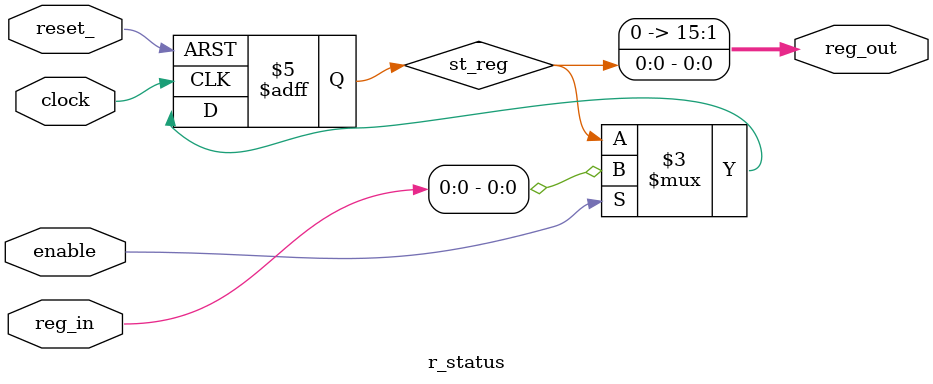
<source format=v>
`include "defines.v"

module r_status(reset_,
                enable,
                clock,
                reg_out,
                reg_in);
// Location of source csl unit: file name = mbist_datapath.csl line number = 184
//  Bitrange of state register port for register module r_status is of another type than number. No evaluation support available. Default is [0:0].
  input reset_;
  input enable;
  input clock;
  input [16 - 1:0] reg_in;
  output [16 - 1:0] reg_out;
  reg st_reg;
  assign   reg_out = st_reg;

  always @( posedge clock or negedge reset_ )  begin 
    if ( ~(reset_) )  begin 
      st_reg <= 0;
    end
    else if ( enable )  begin 
        st_reg <= reg_in;
      end
  end
  endmodule


</source>
